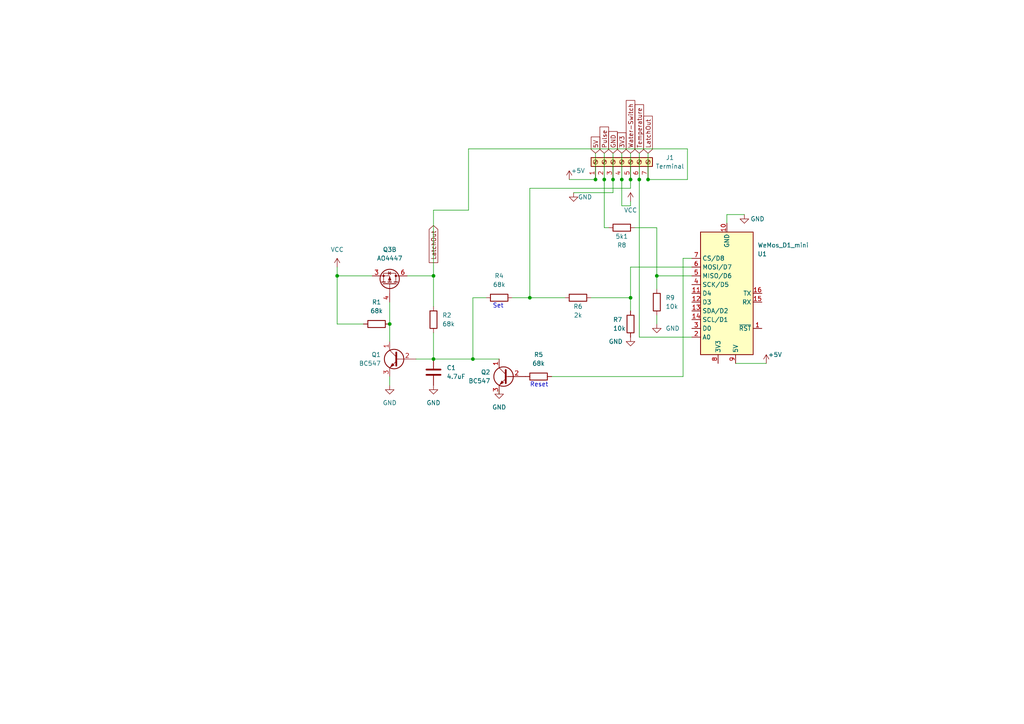
<source format=kicad_sch>
(kicad_sch (version 20211123) (generator eeschema)
  (paper "A4")
  (title_block (title "Waterflow") (date "2022-09-16") (rev "1.0") (company "https://github.com/Schluggi/waterflow-pcb"))
  (lib_symbols
    (symbol "Connector:Screw_Terminal_01x07" (pin_names (offset 1.016) hide)
      (property "Reference" "J" (at 0 10.16 0))
      (property "Value" "Screw_Terminal_01x07" (at 0 -10.16 0))
      (symbol "Screw_Terminal_01x07_1_1"
        (rectangle (start -1.27 8.89) (end 1.27 -8.89) (stroke (width 0.254)) (fill (type background)))
        (circle (center 0 -7.62) (radius 0.635) (stroke (width 0.1524)))
        (circle (center 0 -5.08) (radius 0.635) (stroke (width 0.1524)))
        (circle (center 0 -2.54) (radius 0.635) (stroke (width 0.1524)))
        (polyline (pts (xy -0.5334 -7.2898) (xy 0.3302 -8.128)) (stroke (width 0.1524)))
        (polyline (pts (xy -0.5334 -4.7498) (xy 0.3302 -5.588)) (stroke (width 0.1524)))
        (polyline (pts (xy -0.5334 -2.2098) (xy 0.3302 -3.048)) (stroke (width 0.1524)))
        (polyline (pts (xy -0.5334 0.3302) (xy 0.3302 -0.508)) (stroke (width 0.1524)))
        (polyline (pts (xy -0.5334 2.8702) (xy 0.3302 2.032)) (stroke (width 0.1524)))
        (polyline (pts (xy -0.5334 5.4102) (xy 0.3302 4.572)) (stroke (width 0.1524)))
        (polyline (pts (xy -0.5334 7.9502) (xy 0.3302 7.112)) (stroke (width 0.1524)))
        (polyline (pts (xy -0.3556 -7.112) (xy 0.508 -7.9502)) (stroke (width 0.1524)))
        (polyline (pts (xy -0.3556 -4.572) (xy 0.508 -5.4102)) (stroke (width 0.1524)))
        (polyline (pts (xy -0.3556 -2.032) (xy 0.508 -2.8702)) (stroke (width 0.1524)))
        (polyline (pts (xy -0.3556 0.508) (xy 0.508 -0.3302)) (stroke (width 0.1524)))
        (polyline (pts (xy -0.3556 3.048) (xy 0.508 2.2098)) (stroke (width 0.1524)))
        (polyline (pts (xy -0.3556 5.588) (xy 0.508 4.7498)) (stroke (width 0.1524)))
        (polyline (pts (xy -0.3556 8.128) (xy 0.508 7.2898)) (stroke (width 0.1524)))
        (circle (center 0 0) (radius 0.635) (stroke (width 0.1524)))
        (circle (center 0 2.54) (radius 0.635) (stroke (width 0.1524)))
        (circle (center 0 5.08) (radius 0.635) (stroke (width 0.1524)))
        (circle (center 0 7.62) (radius 0.635) (stroke (width 0.1524)))
        (pin passive line (at -5.08 7.62 0) (length 3.81) (name "Pin_1") (number "1"))
        (pin passive line (at -5.08 5.08 0) (length 3.81) (name "Pin_2") (number "2"))
        (pin passive line (at -5.08 2.54 0) (length 3.81) (name "Pin_3") (number "3"))
        (pin passive line (at -5.08 0 0) (length 3.81) (name "Pin_4") (number "4"))
        (pin passive line (at -5.08 -2.54 0) (length 3.81) (name "Pin_5") (number "5"))
        (pin passive line (at -5.08 -5.08 0) (length 3.81) (name "Pin_6") (number "6"))
        (pin passive line (at -5.08 -7.62 0) (length 3.81) (name "Pin_7") (number "7"))
      )
    )
    (symbol "Device:C" (pin_numbers hide) (pin_names (offset 0.254))
      (property "Reference" "C" (at 0.635 2.54 0))
      (property "Value" "C" (at 0.635 -2.54 0))
      (symbol "C_0_1"
        (polyline (pts (xy -2.032 -0.762) (xy 2.032 -0.762)) (stroke (width 0.508)))
        (polyline (pts (xy -2.032 0.762) (xy 2.032 0.762)) (stroke (width 0.508)))
      )
      (symbol "C_1_1"
        (pin passive line (at 0 3.81 270) (length 2.794) (name "~") (number "1"))
        (pin passive line (at 0 -3.81 90) (length 2.794) (name "~") (number "2"))
      )
    )
    (symbol "Device:R" (pin_numbers hide) (pin_names (offset 0))
      (property "Reference" "R" (at 2.032 0 90))
      (property "Value" "R" (at 0 0 90))
      (symbol "R_0_1"
        (rectangle (start -1.016 -2.54) (end 1.016 2.54) (stroke (width 0.254)))
      )
      (symbol "R_1_1"
        (pin passive line (at 0 3.81 270) (length 1.27) (name "~") (number "1"))
        (pin passive line (at 0 -3.81 90) (length 1.27) (name "~") (number "2"))
      )
    )
    (symbol "MCU_Module:WeMos_D1_mini"
      (property "Reference" "U" (at 3.81 19.05 0))
      (property "Value" "WeMos_D1_mini" (at 1.27 -19.05 0))
      (symbol "WeMos_D1_mini_1_1"
        (rectangle (start -7.62 17.78) (end 7.62 -17.78) (stroke (width 0.254)) (fill (type background)))
        (pin input line (at -10.16 10.16 0) (length 2.54) (name "~{RST}") (number "1"))
        (pin power_in line (at 0 -20.32 90) (length 2.54) (name "GND") (number "10"))
        (pin bidirectional line (at 10.16 0 180) (length 2.54) (name "D4") (number "11"))
        (pin bidirectional line (at 10.16 2.54 180) (length 2.54) (name "D3") (number "12"))
        (pin bidirectional line (at 10.16 5.08 180) (length 2.54) (name "SDA/D2") (number "13"))
        (pin bidirectional line (at 10.16 7.62 180) (length 2.54) (name "SCL/D1") (number "14"))
        (pin input line (at -10.16 2.54 0) (length 2.54) (name "RX") (number "15"))
        (pin output line (at -10.16 0 0) (length 2.54) (name "TX") (number "16"))
        (pin input line (at 10.16 12.7 180) (length 2.54) (name "A0") (number "2"))
        (pin bidirectional line (at 10.16 10.16 180) (length 2.54) (name "D0") (number "3"))
        (pin bidirectional line (at 10.16 -2.54 180) (length 2.54) (name "SCK/D5") (number "4"))
        (pin bidirectional line (at 10.16 -5.08 180) (length 2.54) (name "MISO/D6") (number "5"))
        (pin bidirectional line (at 10.16 -7.62 180) (length 2.54) (name "MOSI/D7") (number "6"))
        (pin bidirectional line (at 10.16 -10.16 180) (length 2.54) (name "CS/D8") (number "7"))
        (pin power_out line (at 2.54 20.32 270) (length 2.54) (name "3V3") (number "8"))
        (pin power_in line (at -2.54 20.32 270) (length 2.54) (name "5V") (number "9"))
      )
    )
    (symbol "Transistor_BJT:BC547" (pin_names (offset 0) hide)
      (property "Reference" "Q" (at 5.08 1.905 0))
      (property "Value" "BC547" (at 5.08 0 0))
      (symbol "BC547_0_1"
        (polyline (pts (xy 0 0) (xy 0.635 0)))
        (polyline (pts (xy 0.635 0.635) (xy 2.54 2.54)))
        (polyline (pts (xy 0.635 -0.635) (xy 2.54 -2.54) (xy 2.54 -2.54)))
        (polyline (pts (xy 0.635 1.905) (xy 0.635 -1.905) (xy 0.635 -1.905)) (stroke (width 0.508)))
        (polyline (pts (xy 1.27 -1.778) (xy 1.778 -1.27) (xy 2.286 -2.286) (xy 1.27 -1.778) (xy 1.27 -1.778)) (fill (type outline)))
        (circle (center 1.27 0) (radius 2.8194) (stroke (width 0.254)))
      )
      (symbol "BC547_1_1"
        (pin passive line (at 2.54 5.08 270) (length 2.54) (name "C") (number "1"))
        (pin input line (at -5.08 0 0) (length 5.08) (name "B") (number "2"))
        (pin passive line (at 2.54 -5.08 90) (length 2.54) (name "E") (number "3"))
      )
    )
    (symbol "Transistor_FET:FDS4559" (pin_names hide)
      (property "Reference" "Q" (at 5.08 1.905 0))
      (property "Value" "FDS4559" (at 5.08 0 0))
      (symbol "FDS4559_0_1"
        (polyline (pts (xy 0.254 0) (xy -2.54 0)))
        (polyline (pts (xy 0.254 1.905) (xy 0.254 -1.905)) (stroke (width 0.254)))
        (polyline (pts (xy 0.762 -1.27) (xy 0.762 -2.286)) (stroke (width 0.254)))
        (polyline (pts (xy 0.762 0.508) (xy 0.762 -0.508)) (stroke (width 0.254)))
        (polyline (pts (xy 0.762 2.286) (xy 0.762 1.27)) (stroke (width 0.254)))
        (polyline (pts (xy 2.54 2.54) (xy 2.54 1.778)))
        (polyline (pts (xy 2.54 -2.54) (xy 2.54 0) (xy 0.762 0)))
        (polyline (pts (xy 0.762 -1.778) (xy 3.302 -1.778) (xy 3.302 1.778) (xy 0.762 1.778)))
        (circle (center 1.651 0) (radius 2.794) (stroke (width 0.254)))
        (circle (center 2.54 -1.778) (radius 0.254) (fill (type outline)))
        (circle (center 2.54 1.778) (radius 0.254) (fill (type outline)))
      )
      (symbol "FDS4559_1_1"
        (polyline (pts (xy 1.016 0) (xy 2.032 0.381) (xy 2.032 -0.381) (xy 1.016 0)) (fill (type outline)))
        (polyline (pts (xy 2.794 0.508) (xy 2.921 0.381) (xy 3.683 0.381) (xy 3.81 0.254)))
        (polyline (pts (xy 3.302 0.381) (xy 2.921 -0.254) (xy 3.683 -0.254) (xy 3.302 0.381)))
        (pin passive line (at 2.54 -5.08 90) (length 2.54) (name "S") (number "1"))
        (pin input line (at -5.08 0 0) (length 2.54) (name "G") (number "2"))
        (pin passive line (at 2.54 5.08 270) (length 2.54) hide (name "D") (number "7"))
        (pin passive line (at 2.54 5.08 270) (length 2.54) (name "D") (number "8"))
      )
      (symbol "FDS4559_2_1"
        (polyline (pts (xy 2.286 0) (xy 1.27 0.381) (xy 1.27 -0.381) (xy 2.286 0)) (fill (type outline)))
        (polyline (pts (xy 2.794 -0.508) (xy 2.921 -0.381) (xy 3.683 -0.381) (xy 3.81 -0.254)))
        (polyline (pts (xy 3.302 -0.381) (xy 2.921 0.254) (xy 3.683 0.254) (xy 3.302 -0.381)))
        (pin passive line (at 2.54 -5.08 90) (length 2.54) (name "1") (number "3"))
        (pin input line (at -5.08 0 0) (length 2.54) (name "G") (number "4"))
        (pin passive line (at 2.54 5.08 270) (length 2.54) hide (name "D") (number "5"))
        (pin passive line (at 2.54 5.08 270) (length 2.54) (name "D") (number "6"))
      )
    )
    (symbol "power:+5V" (power) (pin_names (offset 0))
      (property "Value" "+5V" (at 0 3.556 0))
      (symbol "+5V_0_1"
        (polyline (pts (xy -0.762 1.27) (xy 0 2.54)))
        (polyline (pts (xy 0 0) (xy 0 2.54)))
        (polyline (pts (xy 0 2.54) (xy 0.762 1.27)))
      )
      (symbol "+5V_1_1"
        (pin power_in line (at 0 0 90) (length 0) hide (name "+5V") (number "1"))
      )
    )
    (symbol "power:GND" (power) (pin_names (offset 0))
      (property "Value" "GND" (at 0 -3.81 0))
      (symbol "GND_0_1"
        (polyline (pts (xy 0 0) (xy 0 -1.27) (xy 1.27 -1.27) (xy 0 -2.54) (xy -1.27 -1.27) (xy 0 -1.27)))
      )
      (symbol "GND_1_1"
        (pin power_in line (at 0 0 270) (length 0) hide (name "GND") (number "1"))
      )
    )
    (symbol "power:VCC" (power) (pin_names (offset 0))
      (property "Value" "VCC" (at 0 3.81 0))
      (symbol "VCC_0_1"
        (polyline (pts (xy -0.762 1.27) (xy 0 2.54)))
        (polyline (pts (xy 0 0) (xy 0 2.54)))
        (polyline (pts (xy 0 2.54) (xy 0.762 1.27)))
      )
      (symbol "VCC_1_1"
        (pin power_in line (at 0 0 90) (length 0) hide (name "VCC") (number "1"))
      )
    )
  )
  (junction (at 175.26 52.07))
  (junction (at 182.88 86.36))
  (junction (at 182.88 52.07))
  (junction (at 125.73 80.01))
  (junction (at 125.73 104.14))
  (junction (at 177.8 52.07))
  (junction (at 113.03 93.98))
  (junction (at 187.96 52.07))
  (junction (at 153.67 86.36))
  (junction (at 97.79 80.01))
  (junction (at 190.5 80.01))
  (junction (at 180.34 52.07))
  (junction (at 172.72 52.07))
  (junction (at 185.42 52.07))
  (junction (at 137.16 104.14))
  (wire (pts (xy 198.12 109.22) (xy 160.02 109.22)))
  (wire (pts (xy 213.36 105.41) (xy 222.25 105.41)))
  (wire (pts (xy 135.89 60.96) (xy 125.73 60.96)))
  (wire (pts (xy 153.67 54.61) (xy 153.67 86.36)))
  (wire (pts (xy 185.42 97.79) (xy 200.66 97.79)))
  (wire (pts (xy 177.8 55.88) (xy 166.37 55.88)))
  (wire (pts (xy 184.15 66.04) (xy 190.5 66.04)))
  (wire (pts (xy 137.16 86.36) (xy 140.97 86.36)))
  (wire (pts (xy 180.34 52.07) (xy 180.34 59.69)))
  (wire (pts (xy 135.89 43.18) (xy 199.39 43.18)))
  (wire (pts (xy 210.82 64.77) (xy 210.82 62.23)))
  (wire (pts (xy 137.16 104.14) (xy 144.78 104.14)))
  (wire (pts (xy 97.79 77.47) (xy 97.79 80.01)))
  (wire (pts (xy 190.5 66.04) (xy 190.5 80.01)))
  (wire (pts (xy 165.1 52.07) (xy 172.72 52.07)))
  (wire (pts (xy 180.34 44.45) (xy 180.34 52.07)))
  (wire (pts (xy 125.73 60.96) (xy 125.73 80.01)))
  (wire (pts (xy 120.65 104.14) (xy 125.73 104.14)))
  (wire (pts (xy 198.12 74.93) (xy 198.12 109.22)))
  (wire (pts (xy 177.8 44.45) (xy 177.8 52.07)))
  (wire (pts (xy 148.59 86.36) (xy 153.67 86.36)))
  (wire (pts (xy 113.03 87.63) (xy 113.03 93.98)))
  (wire (pts (xy 97.79 93.98) (xy 105.41 93.98)))
  (wire (pts (xy 175.26 52.07) (xy 175.26 66.04)))
  (wire (pts (xy 97.79 80.01) (xy 107.95 80.01)))
  (wire (pts (xy 190.5 83.82) (xy 190.5 80.01)))
  (wire (pts (xy 185.42 44.45) (xy 185.42 52.07)))
  (wire (pts (xy 210.82 62.23) (xy 215.9 62.23)))
  (wire (pts (xy 153.67 54.61) (xy 182.88 54.61)))
  (wire (pts (xy 125.73 104.14) (xy 137.16 104.14)))
  (wire (pts (xy 182.88 86.36) (xy 182.88 77.47)))
  (wire (pts (xy 185.42 52.07) (xy 185.42 97.79)))
  (wire (pts (xy 113.03 109.22) (xy 113.03 111.76)))
  (wire (pts (xy 172.72 44.45) (xy 172.72 52.07)))
  (wire (pts (xy 187.96 52.07) (xy 199.39 52.07)))
  (wire (pts (xy 182.88 86.36) (xy 182.88 90.17)))
  (wire (pts (xy 180.34 59.69) (xy 182.88 59.69)))
  (wire (pts (xy 190.5 91.44) (xy 190.5 93.98)))
  (wire (pts (xy 135.89 43.18) (xy 135.89 60.96)))
  (wire (pts (xy 175.26 44.45) (xy 175.26 52.07)))
  (wire (pts (xy 200.66 74.93) (xy 198.12 74.93)))
  (wire (pts (xy 182.88 59.69) (xy 182.88 58.42)))
  (wire (pts (xy 97.79 80.01) (xy 97.79 93.98)))
  (wire (pts (xy 190.5 80.01) (xy 200.66 80.01)))
  (wire (pts (xy 182.88 86.36) (xy 171.45 86.36)))
  (wire (pts (xy 182.88 77.47) (xy 200.66 77.47)))
  (wire (pts (xy 125.73 80.01) (xy 125.73 88.9)))
  (wire (pts (xy 182.88 54.61) (xy 182.88 52.07)))
  (wire (pts (xy 113.03 93.98) (xy 113.03 99.06)))
  (wire (pts (xy 177.8 52.07) (xy 177.8 55.88)))
  (wire (pts (xy 187.96 44.45) (xy 187.96 52.07)))
  (wire (pts (xy 125.73 96.52) (xy 125.73 104.14)))
  (wire (pts (xy 153.67 86.36) (xy 163.83 86.36)))
  (wire (pts (xy 137.16 104.14) (xy 137.16 86.36)))
  (wire (pts (xy 175.26 66.04) (xy 176.53 66.04)))
  (wire (pts (xy 182.88 44.45) (xy 182.88 52.07)))
  (wire (pts (xy 118.11 80.01) (xy 125.73 80.01)))
  (wire (pts (xy 199.39 52.07) (xy 199.39 43.18)))
  (wire (pts (xy 144.78 114.3) (xy 144.78 113.03)))
  (text "Set" (at 142.875 89.535 0) (effects (font (size 1.27 1.27)) (justify left bottom)))
  (text "Reset" (at 153.67 112.395 0) (effects (font (size 1.27 1.27)) (justify left bottom)))
  (global_label "Water-Switch" (shape input) (at 182.88 44.45 90) (property "Intersheet References" "${INTERSHEET_REFS}" (effects hide)))
  (global_label "3V3" (shape input) (at 180.34 44.45 90) (property "Intersheet References" "${INTERSHEET_REFS}" (effects hide)))
  (global_label "GND" (shape input) (at 177.8 44.45 90) (property "Intersheet References" "${INTERSHEET_REFS}" (effects hide)))
  (global_label "5V" (shape input) (at 172.72 44.45 90) (property "Intersheet References" "${INTERSHEET_REFS}" (effects hide)))
  (global_label "LatchOut" (shape input) (at 125.73 65.405 270) (property "Intersheet References" "${INTERSHEET_REFS}" (effects hide)))
  (global_label "Temperature" (shape input) (at 185.42 44.45 90) (property "Intersheet References" "${INTERSHEET_REFS}" (effects hide)))
  (global_label "LatchOut" (shape input) (at 187.96 44.45 90) (property "Intersheet References" "${INTERSHEET_REFS}" (effects hide)))
  (global_label "Pulse" (shape input) (at 175.26 44.45 90) (property "Intersheet References" "${INTERSHEET_REFS}" (effects hide)))
  (symbol (lib_id "Transistor_FET:FDS4559") (at 113.03 82.55 270) (mirror x) (unit 2)
    (property "Reference" "Q3" (at 113.03 72.39 90))
    (property "Value" "AO4447" (at 113.03 74.93 90))
    (property "Footprint" "Package_SO:SOIC-8_3.9x4.9mm_P1.27mm" (effects hide))
    (property "Datasheet" "https://www.onsemi.com/pub/Collateral/FDS4559-D.PDF" (effects hide))
  )
  (symbol (lib_id "power:GND") (at 166.37 55.88 0) (unit 1)
    (property "Reference" "#PWR02" (effects hide))
    (property "Value" "GND" (at 167.64 57.15 0) (effects (justify left)))
  )
  (symbol (lib_id "power:+5V") (at 165.1 52.07 0) (unit 1)
    (property "Reference" "#PWR01" (effects hide))
    (property "Value" "+5V" (at 167.64 49.53 0))
  )
  (symbol (lib_id "Device:C") (at 125.73 107.95 0) (unit 1)
    (property "Reference" "C1" (at 129.54 106.6799 0) (effects (justify left)))
    (property "Value" "4.7uF" (at 129.54 109.2199 0) (effects (justify left)))
    (property "Footprint" "Capacitor_THT:C_Disc_D4.3mm_W1.9mm_P5.00mm" (effects hide))
  )
  (symbol (lib_id "Device:R") (at 109.22 93.98 90) (unit 1)
    (property "Reference" "R1" (at 109.22 87.63 90))
    (property "Value" "68k" (at 109.22 90.17 90))
    (property "Footprint" "Resistor_THT:R_Axial_DIN0207_L6.3mm_D2.5mm_P10.16mm_Horizontal" (effects hide))
  )
  (symbol (lib_id "Device:R") (at 190.5 87.63 180) (unit 1)
    (property "Reference" "R9" (at 193.04 86.3599 0) (effects (justify right)))
    (property "Value" "10k" (at 193.04 88.8999 0) (effects (justify right)))
    (property "Footprint" "Resistor_THT:R_Axial_DIN0207_L6.3mm_D2.5mm_P10.16mm_Horizontal" (effects hide))
  )
  (symbol (lib_id "power:GND") (at 125.73 111.76 0) (unit 1)
    (property "Reference" "#PWR0109" (effects hide))
    (property "Value" "GND" (at 125.73 116.84 0))
  )
  (symbol (lib_id "Connector:Screw_Terminal_01x07") (at 180.34 46.99 90) (unit 1)
    (property "Reference" "J1" (at 194.31 45.72 90))
    (property "Value" "Terminal" (at 194.31 48.26 90))
    (property "Footprint" "TerminalBlock_Phoenix:TerminalBlock_Phoenix_MKDS-3-7-5.08_1x07_P5.08mm_Horizontal" (effects hide))
  )
  (symbol (lib_id "Device:R") (at 182.88 93.98 180) (unit 1)
    (property "Reference" "R7" (at 177.8 92.71 0) (effects (justify right)))
    (property "Value" "10k" (at 177.8 95.25 0) (effects (justify right)))
    (property "Footprint" "Resistor_THT:R_Axial_DIN0207_L6.3mm_D2.5mm_P10.16mm_Horizontal" (effects hide))
  )
  (symbol (lib_id "Device:R") (at 180.34 66.04 270) (unit 1)
    (property "Reference" "R8" (at 180.34 71.12 90))
    (property "Value" "5k1" (at 180.34 68.58 90))
    (property "Footprint" "Resistor_THT:R_Axial_DIN0207_L6.3mm_D2.5mm_P10.16mm_Horizontal" (effects hide))
  )
  (symbol (lib_id "power:GND") (at 182.88 97.79 0) (unit 1)
    (property "Reference" "#PWR0102" (effects hide))
    (property "Value" "GND" (at 176.53 99.06 0) (effects (justify left)))
  )
  (symbol (lib_id "power:GND") (at 190.5 93.98 0) (unit 1)
    (property "Reference" "#PWR0101" (effects hide))
    (property "Value" "GND" (at 193.04 95.2499 0) (effects (justify left)))
  )
  (symbol (lib_id "Device:R") (at 144.78 86.36 270) (unit 1)
    (property "Reference" "R4" (at 144.78 80.01 90))
    (property "Value" "68k" (at 144.78 82.55 90))
    (property "Footprint" "Resistor_THT:R_Axial_DIN0207_L6.3mm_D2.5mm_P10.16mm_Horizontal" (effects hide))
  )
  (symbol (lib_id "MCU_Module:WeMos_D1_mini") (at 210.82 85.09 180) (unit 1)
    (property "Reference" "U1" (at 219.71 73.66 0) (effects (justify right)))
    (property "Value" "WeMos_D1_mini" (at 219.71 71.12 0) (effects (justify right)))
    (property "Footprint" "Module:WEMOS_D1_mini_light" (effects hide))
    (property "Datasheet" "https://wiki.wemos.cc/products:d1:d1_mini#documentation" (effects hide))
  )
  (symbol (lib_id "Transistor_BJT:BC547") (at 147.32 109.22 0) (mirror y) (unit 1)
    (property "Reference" "Q2" (at 142.24 107.9499 0) (effects (justify left)))
    (property "Value" "BC547" (at 142.24 110.4899 0) (effects (justify left)))
    (property "Footprint" "Package_TO_SOT_THT:TO-92_HandSolder" (effects hide))
    (property "Datasheet" "https://www.onsemi.com/pub/Collateral/BC550-D.pdf" (effects hide))
  )
  (symbol (lib_id "power:GND") (at 144.78 113.03 0) (unit 1)
    (property "Reference" "#PWR0107" (effects hide))
    (property "Value" "GND" (at 144.78 118.11 0))
  )
  (symbol (lib_id "Transistor_BJT:BC547") (at 115.57 104.14 0) (mirror y) (unit 1)
    (property "Reference" "Q1" (at 110.49 102.8699 0) (effects (justify left)))
    (property "Value" "BC547" (at 110.49 105.4099 0) (effects (justify left)))
    (property "Footprint" "Package_TO_SOT_THT:TO-92_HandSolder" (effects hide))
    (property "Datasheet" "https://www.onsemi.com/pub/Collateral/BC550-D.pdf" (effects hide))
  )
  (symbol (lib_id "Device:R") (at 125.73 92.71 0) (unit 1)
    (property "Reference" "R2" (at 128.27 91.4399 0) (effects (justify left)))
    (property "Value" "68k" (at 128.27 93.9799 0) (effects (justify left)))
    (property "Footprint" "Resistor_THT:R_Axial_DIN0207_L6.3mm_D2.5mm_P10.16mm_Horizontal" (effects hide))
  )
  (symbol (lib_id "power:+5V") (at 222.25 105.41 0) (unit 1)
    (property "Reference" "#PWR0106" (effects hide))
    (property "Value" "+5V" (at 224.79 102.87 0))
  )
  (symbol (lib_id "power:VCC") (at 182.88 58.42 0) (unit 1)
    (property "Reference" "#PWR0112" (effects hide))
    (property "Value" "VCC" (at 182.88 60.96 0))
  )
  (symbol (lib_id "power:GND") (at 113.03 111.76 0) (unit 1)
    (property "Reference" "#PWR0108" (effects hide))
    (property "Value" "GND" (at 113.03 116.84 0))
  )
  (symbol (lib_id "Device:R") (at 156.21 109.22 270) (unit 1)
    (property "Reference" "R5" (at 156.21 102.87 90))
    (property "Value" "68k" (at 156.21 105.41 90))
    (property "Footprint" "Resistor_THT:R_Axial_DIN0207_L6.3mm_D2.5mm_P10.16mm_Horizontal" (effects hide))
  )
  (symbol (lib_id "Device:R") (at 167.64 86.36 90) (unit 1)
    (property "Reference" "R6" (at 167.64 88.9 90))
    (property "Value" "2k" (at 167.64 91.44 90))
    (property "Footprint" "Resistor_THT:R_Axial_DIN0207_L6.3mm_D2.5mm_P10.16mm_Horizontal" (effects hide))
  )
  (symbol (lib_id "power:GND") (at 215.9 62.23 0) (unit 1)
    (property "Reference" "#PWR0103" (effects hide))
    (property "Value" "GND" (at 219.71 63.5 0))
  )
  (symbol (lib_id "power:VCC") (at 97.79 77.47 0) (unit 1)
    (property "Reference" "#PWR0110" (effects hide))
    (property "Value" "VCC" (at 97.79 72.39 0))
  )
)
</source>
